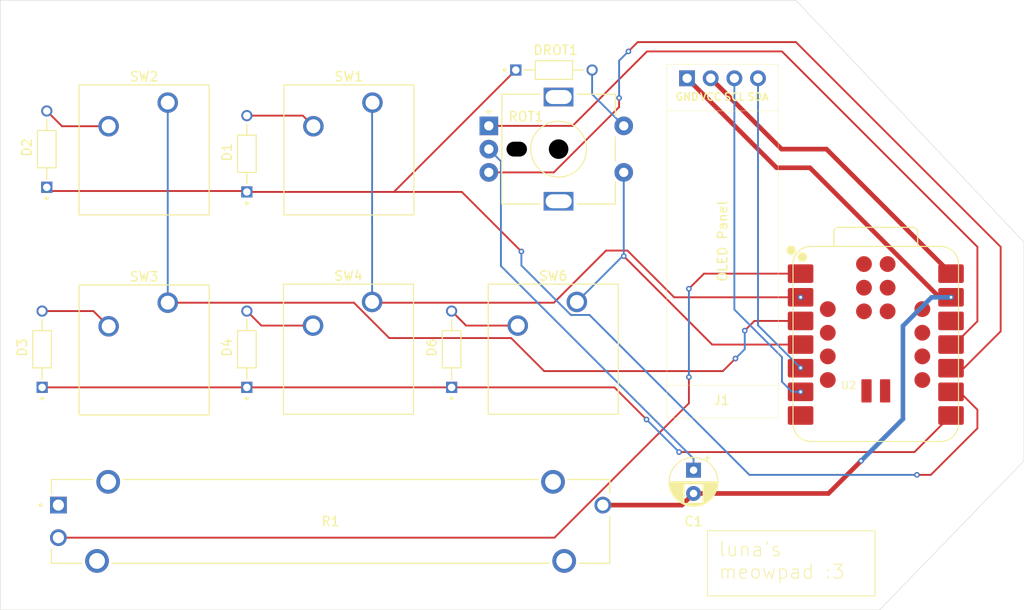
<source format=kicad_pcb>
(kicad_pcb (version 20240108) (generator "pcbnew") (generator_version "8.0")
  (layers (0 "F.Cu" signal) (31 "B.Cu" signal) (34 "B.Paste" user) (35 "F.Paste" user) (36 "B.SilkS" user "B.Silkscreen") (37 "F.SilkS" user "F.Silkscreen") (38 "B.Mask" user) (39 "F.Mask" user) (44 "Edge.Cuts" user))
  (net 0 "")
  (net 1 "GND")
  (net 2 "Net-(C1-Pad1)")
  (net 3 "ROW1")
  (net 4 "Net-(D1-PadA)")
  (net 5 "ROTARYS2")
  (net 6 "ROW2")
  (net 7 "Net-(D3-PadA)")
  (net 8 "Net-(D4-PadA)")
  (net 9 "Net-(D6-PadA)")
  (net 10 "SCL")
  (net 11 "SDA")
  (net 12 "VCC")
  (net 13 "Net-(D2-PadA)")
  (net 14 "COL1")
  (net 15 "COL2")
  (net 16 "ROTARYA")
  (net 17 "COL3")
  (net 18 "ROTARYB")
  (net 19 "SLIDER")
  (net 21 "+3.3V")
  (footprint "1N4148-T:DIOAD820W60L400D200" (layer "F.Cu") (at 162 71)
    (property "Reference" "DROT1" (at 0.175 -2.135 0) (layer "F.SilkS"))
    (property "Value" "1N4148-T")
    (fp_line (start -2 -1) (end 2 -1) (stroke (width 0.127)) (layer "F.SilkS"))
    (fp_line (start -2 0) (end -3.18 0) (stroke (width 0.127)) (layer "F.SilkS"))
    (fp_line (start -2 0) (end -2 -1) (stroke (width 0.127)) (layer "F.SilkS"))
    (fp_line (start -2 1) (end -2 0) (stroke (width 0.127)) (layer "F.SilkS"))
    (fp_line (start 2 -1) (end 2 0) (stroke (width 0.127)) (layer "F.SilkS"))
    (fp_line (start 2 0) (end 2 1) (stroke (width 0.127)) (layer "F.SilkS"))
    (fp_line (start 2 0) (end 3.18 0) (stroke (width 0.127)) (layer "F.SilkS"))
    (fp_line (start 2 1) (end -2 1) (stroke (width 0.127)) (layer "F.SilkS"))
    (fp_circle (center -5.3 0) (end -5.2 0) (stroke (width 0.2)) (fill none) (layer "F.SilkS"))
    (pad "A" thru_hole circle (at 4.1 0) (size 1.2 1.2) (drill 0.8) (layers "*.Cu" "*.Mask") (net 5 "ROTARYS2"))
    (pad "C" thru_hole rect (at -4.1 0) (size 1.2 1.2) (drill 0.8) (layers "*.Cu" "*.Mask") (net 3 "ROW1"))
  )
  (footprint "Button_Switch_Keyboard:SW_Cherry_MX_1.00u_PCB" (layer "F.Cu") (at 142.46 95.92)
    (property "Reference" "SW4" (at -2.54 -2.794 0) (layer "F.SilkS"))
    (property "Value" "SW_Push_45deg")
    (fp_line (start -9.525 -1.905) (end 4.445 -1.905) (stroke (width 0.12)) (layer "F.SilkS"))
    (fp_line (start -9.525 12.065) (end -9.525 -1.905) (stroke (width 0.12)) (layer "F.SilkS"))
    (fp_line (start 4.445 -1.905) (end 4.445 12.065) (stroke (width 0.12)) (layer "F.SilkS"))
    (fp_line (start 4.445 12.065) (end -9.525 12.065) (stroke (width 0.12)) (layer "F.SilkS"))
    (pad "" np_thru_hole circle (at -7.62 5.08) (size 1.7 1.7) (drill 1.7) (layers "*.Cu" "*.Mask"))
    (pad "" np_thru_hole circle (at -2.54 5.08) (size 4 4) (drill 4) (layers "*.Cu" "*.Mask"))
    (pad "" np_thru_hole circle (at 2.54 5.08) (size 1.7 1.7) (drill 1.7) (layers "*.Cu" "*.Mask"))
    (pad "1" thru_hole circle (at 0 0) (size 2.2 2.2) (drill 1.5) (layers "*.Cu" "*.Mask") (net 14 "COL1"))
    (pad "2" thru_hole circle (at -6.35 2.54) (size 2.2 2.2) (drill 1.5) (layers "*.Cu" "*.Mask") (net 8 "Net-(D4-PadA)"))
  )
  (footprint "Capacitor_THT:CP_Radial_D5.0mm_P2.50mm" (layer "F.Cu") (at 177 114 -90)
    (property "Reference" "C1" (at 5.5 0 180) (layer "F.SilkS"))
    (property "Value" "C_Small")
    (fp_line (start 1.49 1.04) (end 1.49 2.569) (stroke (width 0.12)) (layer "F.SilkS"))
    (fp_line (start 1.53 1.04) (end 1.53 2.565) (stroke (width 0.12)) (layer "F.SilkS"))
    (fp_line (start 1.57 1.04) (end 1.57 2.561) (stroke (width 0.12)) (layer "F.SilkS"))
    (fp_line (start 1.61 1.04) (end 1.61 2.556) (stroke (width 0.12)) (layer "F.SilkS"))
    (fp_line (start 1.65 1.04) (end 1.65 2.55) (stroke (width 0.12)) (layer "F.SilkS"))
    (fp_line (start 1.69 1.04) (end 1.69 2.543) (stroke (width 0.12)) (layer "F.SilkS"))
    (fp_line (start 1.73 1.04) (end 1.73 2.536) (stroke (width 0.12)) (layer "F.SilkS"))
    (fp_line (start 1.77 1.04) (end 1.77 2.528) (stroke (width 0.12)) (layer "F.SilkS"))
    (fp_line (start 1.81 1.04) (end 1.81 2.52) (stroke (width 0.12)) (layer "F.SilkS"))
    (fp_line (start 1.85 1.04) (end 1.85 2.511) (stroke (width 0.12)) (layer "F.SilkS"))
    (fp_line (start 1.89 1.04) (end 1.89 2.501) (stroke (width 0.12)) (layer "F.SilkS"))
    (fp_line (start 1.93 1.04) (end 1.93 2.491) (stroke (width 0.12)) (layer "F.SilkS"))
    (fp_line (start 1.971 1.04) (end 1.971 2.48) (stroke (width 0.12)) (layer "F.SilkS"))
    (fp_line (start 2.011 1.04) (end 2.011 2.468) (stroke (width 0.12)) (layer "F.SilkS"))
    (fp_line (start 2.051 1.04) (end 2.051 2.455) (stroke (width 0.12)) (layer "F.SilkS"))
    (fp_line (start 2.091 1.04) (end 2.091 2.442) (stroke (width 0.12)) (layer "F.SilkS"))
    (fp_line (start 2.131 1.04) (end 2.131 2.428) (stroke (width 0.12)) (layer "F.SilkS"))
    (fp_line (start 2.171 1.04) (end 2.171 2.414) (stroke (width 0.12)) (layer "F.SilkS"))
    (fp_line (start 2.211 1.04) (end 2.211 2.398) (stroke (width 0.12)) (layer "F.SilkS"))
    (fp_line (start 2.251 1.04) (end 2.251 2.382) (stroke (width 0.12)) (layer "F.SilkS"))
    (fp_line (start 2.291 1.04) (end 2.291 2.365) (stroke (width 0.12)) (layer "F.SilkS"))
    (fp_line (start 2.331 1.04) (end 2.331 2.348) (stroke (width 0.12)) (layer "F.SilkS"))
    (fp_line (start 2.371 1.04) (end 2.371 2.329) (stroke (width 0.12)) (layer "F.SilkS"))
    (fp_line (start 2.411 1.04) (end 2.411 2.31) (stroke (width 0.12)) (layer "F.SilkS"))
    (fp_line (start 2.451 1.04) (end 2.451 2.29) (stroke (width 0.12)) (layer "F.SilkS"))
    (fp_line (start 2.491 1.04) (end 2.491 2.268) (stroke (width 0.12)) (layer "F.SilkS"))
    (fp_line (start 2.531 1.04) (end 2.531 2.247) (stroke (width 0.12)) (layer "F.SilkS"))
    (fp_line (start 2.571 1.04) (end 2.571 2.224) (stroke (width 0.12)) (layer "F.SilkS"))
    (fp_line (start 2.611 1.04) (end 2.611 2.2) (stroke (width 0.12)) (layer "F.SilkS"))
    (fp_line (start 2.651 1.04) (end 2.651 2.175) (stroke (width 0.12)) (layer "F.SilkS"))
    (fp_line (start 2.691 1.04) (end 2.691 2.149) (stroke (width 0.12)) (layer "F.SilkS"))
    (fp_line (start 2.731 1.04) (end 2.731 2.122) (stroke (width 0.12)) (layer "F.SilkS"))
    (fp_line (start 2.771 1.04) (end 2.771 2.095) (stroke (width 0.12)) (layer "F.SilkS"))
    (fp_line (start 2.811 1.04) (end 2.811 2.065) (stroke (width 0.12)) (layer "F.SilkS"))
    (fp_line (start 2.851 1.04) (end 2.851 2.035) (stroke (width 0.12)) (layer "F.SilkS"))
    (fp_line (start 2.891 1.04) (end 2.891 2.004) (stroke (width 0.12)) (layer "F.SilkS"))
    (fp_line (start 2.931 1.04) (end 2.931 1.971) (stroke (width 0.12)) (layer "F.SilkS"))
    (fp_line (start 2.971 1.04) (end 2.971 1.937) (stroke (width 0.12)) (layer "F.SilkS"))
    (fp_line (start 3.011 1.04) (end 3.011 1.901) (stroke (width 0.12)) (layer "F.SilkS"))
    (fp_line (start 3.051 1.04) (end 3.051 1.864) (stroke (width 0.12)) (layer "F.SilkS"))
    (fp_line (start 3.091 1.04) (end 3.091 1.826) (stroke (width 0.12)) (layer "F.SilkS"))
    (fp_line (start 3.131 1.04) (end 3.131 1.785) (stroke (width 0.12)) (layer "F.SilkS"))
    (fp_line (start 3.171 1.04) (end 3.171 1.743) (stroke (width 0.12)) (layer "F.SilkS"))
    (fp_line (start 3.211 1.04) (end 3.211 1.699) (stroke (width 0.12)) (layer "F.SilkS"))
    (fp_line (start 3.251 1.04) (end 3.251 1.653) (stroke (width 0.12)) (layer "F.SilkS"))
    (fp_line (start 3.291 1.04) (end 3.291 1.605) (stroke (width 0.12)) (layer "F.SilkS"))
    (fp_line (start 3.331 1.04) (end 3.331 1.554) (stroke (width 0.12)) (layer "F.SilkS"))
    (fp_line (start 3.371 1.04) (end 3.371 1.5) (stroke (width 0.12)) (layer "F.SilkS"))
    (fp_line (start 3.411 1.04) (end 3.411 1.443) (stroke (width 0.12)) (layer "F.SilkS"))
    (fp_line (start 3.451 1.04) (end 3.451 1.383) (stroke (width 0.12)) (layer "F.SilkS"))
    (fp_line (start 3.491 1.04) (end 3.491 1.319) (stroke (width 0.12)) (layer "F.SilkS"))
    (fp_line (start 3.531 1.04) (end 3.531 1.251) (stroke (width 0.12)) (layer "F.SilkS"))
    (fp_line (start 3.851 -0.284) (end 3.851 0.284) (stroke (width 0.12)) (layer "F.SilkS"))
    (fp_line (start 3.811 -0.518) (end 3.811 0.518) (stroke (width 0.12)) (layer "F.SilkS"))
    (fp_line (start 3.771 -0.677) (end 3.771 0.677) (stroke (width 0.12)) (layer "F.SilkS"))
    (fp_line (start 3.731 -0.805) (end 3.731 0.805) (stroke (width 0.12)) (layer "F.SilkS"))
    (fp_line (start 3.691 -0.915) (end 3.691 0.915) (stroke (width 0.12)) (layer "F.SilkS"))
    (fp_line (start 3.651 -1.011) (end 3.651 1.011) (stroke (width 0.12)) (layer "F.SilkS"))
    (fp_line (start 3.611 -1.098) (end 3.611 1.098) (stroke (width 0.12)) (layer "F.SilkS"))
    (fp_line (start 3.571 -1.178) (end 3.571 1.178) (stroke (width 0.12)) (layer "F.SilkS"))
    (fp_line (start 3.531 -1.251) (end 3.531 -1.04) (stroke (width 0.12)) (layer "F.SilkS"))
    (fp_line (start 3.491 -1.319) (end 3.491 -1.04) (stroke (width 0.12)) (layer "F.SilkS"))
    (fp_line (start 3.451 -1.383) (end 3.451 -1.04) (stroke (width 0.12)) (layer "F.SilkS"))
    (fp_line (start 3.411 -1.443) (end 3.411 -1.04) (stroke (width 0.12)) (layer "F.SilkS"))
    (fp_line (start -1.554775 -1.475) (end -1.054775 -1.475) (stroke (width 0.12)) (layer "F.SilkS"))
    (fp_line (start 3.371 -1.5) (end 3.371 -1.04) (stroke (width 0.12)) (layer "F.SilkS"))
    (fp_line (start 3.331 -1.554) (end 3.331 -1.04) (stroke (width 0.12)) (layer "F.SilkS"))
    (fp_line (start 3.291 -1.605) (end 3.291 -1.04) (stroke (width 0.12)) (layer "F.SilkS"))
    (fp_line (start 3.251 -1.653) (end 3.251 -1.04) (stroke (width 0.12)) (layer "F.SilkS"))
    (fp_line (start 3.211 -1.699) (end 3.211 -1.04) (stroke (width 0.12)) (layer "F.SilkS"))
    (fp_line (start -1.304775 -1.725) (end -1.304775 -1.225) (stroke (width 0.12)) (layer "F.SilkS"))
    (fp_line (start 3.171 -1.743) (end 3.171 -1.04) (stroke (width 0.12)) (layer "F.SilkS"))
    (fp_line (start 3.131 -1.785) (end 3.131 -1.04) (stroke (width 0.12)) (layer "F.SilkS"))
    (fp_line (start 3.091 -1.826) (end 3.091 -1.04) (stroke (width 0.12)) (layer "F.SilkS"))
    (fp_line (start 3.051 -1.864) (end 3.051 -1.04) (stroke (width 0.12)) (layer "F.SilkS"))
    (fp_line (start 3.011 -1.901) (end 3.011 -1.04) (stroke (width 0.12)) (layer "F.SilkS"))
    (fp_line (start 2.971 -1.937) (end 2.971 -1.04) (stroke (width 0.12)) (layer "F.SilkS"))
    (fp_line (start 2.931 -1.971) (end 2.931 -1.04) (stroke (width 0.12)) (layer "F.SilkS"))
    (fp_line (start 2.891 -2.004) (end 2.891 -1.04) (stroke (width 0.12)) (layer "F.SilkS"))
    (fp_line (start 2.851 -2.035) (end 2.851 -1.04) (stroke (width 0.12)) (layer "F.SilkS"))
    (fp_line (start 2.811 -2.065) (end 2.811 -1.04) (stroke (width 0.12)) (layer "F.SilkS"))
    (fp_line (start 2.771 -2.095) (end 2.771 -1.04) (stroke (width 0.12)) (layer "F.SilkS"))
    (fp_line (start 2.731 -2.122) (end 2.731 -1.04) (stroke (width 0.12)) (layer "F.SilkS"))
    (fp_line (start 2.691 -2.149) (end 2.691 -1.04) (stroke (width 0.12)) (layer "F.SilkS"))
    (fp_line (start 2.651 -2.175) (end 2.651 -1.04) (stroke (width 0.12)) (layer "F.SilkS"))
    (fp_line (start 2.611 -2.2) (end 2.611 -1.04) (stroke (width 0.12)) (layer "F.SilkS"))
    (fp_line (start 2.571 -2.224) (end 2.571 -1.04) (stroke (width 0.12)) (layer "F.SilkS"))
    (fp_line (start 2.531 -2.247) (end 2.531 -1.04) (stroke (width 0.12)) (layer "F.SilkS"))
    (fp_line (start 2.491 -2.268) (end 2.491 -1.04) (stroke (width 0.12)) (layer "F.SilkS"))
    (fp_line (start 2.451 -2.29) (end 2.451 -1.04) (stroke (width 0.12)) (layer "F.SilkS"))
    (fp_line (start 2.411 -2.31) (end 2.411 -1.04) (stroke (width 0.12)) (layer "F.SilkS"))
    (fp_line (start 2.371 -2.329) (end 2.371 -1.04) (stroke (width 0.12)) (layer "F.SilkS"))
    (fp_line (start 2.331 -2.348) (end 2.331 -1.04) (stroke (width 0.12)) (layer "F.SilkS"))
    (fp_line (start 2.291 -2.365) (end 2.291 -1.04) (stroke (width 0.12)) (layer "F.SilkS"))
    (fp_line (start 2.251 -2.382) (end 2.251 -1.04) (stroke (width 0.12)) (layer "F.SilkS"))
    (fp_line (start 2.211 -2.398) (end 2.211 -1.04) (stroke (width 0.12)) (layer "F.SilkS"))
    (fp_line (start 2.171 -2.414) (end 2.171 -1.04) (stroke (width 0.12)) (layer "F.SilkS"))
    (fp_line (start 2.131 -2.428) (end 2.131 -1.04) (stroke (width 0.12)) (layer "F.SilkS"))
    (fp_line (start 2.091 -2.442) (end 2.091 -1.04) (stroke (width 0.12)) (layer "F.SilkS"))
    (fp_line (start 2.051 -2.455) (end 2.051 -1.04) (stroke (width 0.12)) (layer "F.SilkS"))
    (fp_line (start 2.011 -2.468) (end 2.011 -1.04) (stroke (width 0.12)) (layer "F.SilkS"))
    (fp_line (start 1.971 -2.48) (end 1.971 -1.04) (stroke (width 0.12)) (layer "F.SilkS"))
    (fp_line (start 1.93 -2.491) (end 1.93 -1.04) (stroke (width 0.12)) (layer "F.SilkS"))
    (fp_line (start 1.89 -2.501) (end 1.89 -1.04) (stroke (width 0.12)) (layer "F.SilkS"))
    (fp_line (start 1.85 -2.511) (end 1.85 -1.04) (stroke (width 0.12)) (layer "F.SilkS"))
    (fp_line (start 1.81 -2.52) (end 1.81 -1.04) (stroke (width 0.12)) (layer "F.SilkS"))
    (fp_line (start 1.77 -2.528) (end 1.77 -1.04) (stroke (width 0.12)) (layer "F.SilkS"))
    (fp_line (start 1.73 -2.536) (end 1.73 -1.04) (stroke (width 0.12)) (layer "F.SilkS"))
    (fp_line (start 1.69 -2.543) (end 1.69 -1.04) (stroke (width 0.12)) (layer "F.SilkS"))
    (fp_line (start 1.65 -2.55) (end 1.65 -1.04) (stroke (width 0.12)) (layer "F.SilkS"))
    (fp_line (start 1.61 -2.556) (end 1.61 -1.04) (stroke (width 0.12)) (layer "F.SilkS"))
    (fp_line (start 1.57 -2.561) (end 1.57 -1.04) (stroke (width 0.12)) (layer "F.SilkS"))
    (fp_line (start 1.53 -2.565) (end 1.53 -1.04) (stroke (width 0.12)) (layer "F.SilkS"))
    (fp_line (start 1.49 -2.569) (end 1.49 -1.04) (stroke (width 0.12)) (layer "F.SilkS"))
    (fp_line (start 1.45 -2.573) (end 1.45 2.573) (stroke (width 0.12)) (layer "F.SilkS"))
    (fp_line (start 1.41 -2.576) (end 1.41 2.576) (stroke (width 0.12)) (layer "F.SilkS"))
    (fp_line (start 1.37 -2.578) (end 1.37 2.578) (stroke (width 0.12)) (layer "F.SilkS"))
    (fp_line (start 1.33 -2.579) (end 1.33 2.579) (stroke (width 0.12)) (layer "F.SilkS"))
    (fp_line (start 1.25 -2.58) (end 1.25 2.58) (stroke (width 0.12)) (layer "F.SilkS"))
    (fp_line (start 1.29 -2.58) (end 1.29 2.58) (stroke (width 0.12)) (layer "F.SilkS"))
    (fp_circle (center 1.25 0) (end 3.87 0) (stroke (width 0.12)) (fill none) (layer "F.SilkS"))
    (pad "1" thru_hole rect (at 0 0 270) (size 1.6 1.6) (drill 0.8) (layers "*.Cu" "*.Mask") (net 2 "Net-(C1-Pad1)"))
    (pad "2" thru_hole circle (at 2.5 0 270) (size 1.6 1.6) (drill 0.8) (layers "*.Cu" "*.Mask") (net 1 "GND"))
  )
  (footprint "Button_Switch_Keyboard:SW_Cherry_MX_1.00u_PCB" (layer "F.Cu") (at 120.5 74.5)
    (property "Reference" "SW2" (at -2.54 -2.794 0) (layer "F.SilkS"))
    (property "Value" "SW_Push_45deg")
    (fp_line (start -9.525 -1.905) (end 4.445 -1.905) (stroke (width 0.12)) (layer "F.SilkS"))
    (fp_line (start -9.525 12.065) (end -9.525 -1.905) (stroke (width 0.12)) (layer "F.SilkS"))
    (fp_line (start 4.445 -1.905) (end 4.445 12.065) (stroke (width 0.12)) (layer "F.SilkS"))
    (fp_line (start 4.445 12.065) (end -9.525 12.065) (stroke (width 0.12)) (layer "F.SilkS"))
    (pad "" np_thru_hole circle (at -7.62 5.08) (size 1.7 1.7) (drill 1.7) (layers "*.Cu" "*.Mask"))
    (pad "" np_thru_hole circle (at -2.54 5.08) (size 4 4) (drill 4) (layers "*.Cu" "*.Mask"))
    (pad "" np_thru_hole circle (at 2.54 5.08) (size 1.7 1.7) (drill 1.7) (layers "*.Cu" "*.Mask"))
    (pad "1" thru_hole circle (at 0 0) (size 2.2 2.2) (drill 1.5) (layers "*.Cu" "*.Mask") (net 15 "COL2"))
    (pad "2" thru_hole circle (at -6.35 2.54) (size 2.2 2.2) (drill 1.5) (layers "*.Cu" "*.Mask") (net 13 "Net-(D2-PadA)"))
  )
  (footprint "oled:SSD1306-0.91-OLED-4pin-128x32" (layer "F.Cu") (at 174.115 108.385 90)
    (property "Reference" "J1" (at 1.9 5.91 0) (layer "F.SilkS"))
    (property "Value" "OLED_DISPLAY")
    (fp_line (start 38 0) (end 0 0) (stroke (width 0.04)) (layer "F.SilkS"))
    (fp_line (start 33 0) (end 33 12) (stroke (width 0.04)) (layer "F.SilkS"))
    (fp_line (start 3.5 0) (end 3.5 12) (stroke (width 0.04)) (layer "F.SilkS"))
    (fp_line (start 0 0) (end 0 12) (stroke (width 0.04)) (layer "F.SilkS"))
    (fp_line (start 38 12) (end 38 0) (stroke (width 0.04)) (layer "F.SilkS"))
    (fp_line (start 0 12) (end 38 12) (stroke (width 0.04)) (layer "F.SilkS"))
    (fp_text user "VCC" (at 34.5 4.73 0) (layer "F.SilkS") (effects (font (size 0.8 0.8))))
    (fp_text user "OLED Panel" (at 19 6 90) (layer "F.SilkS"))
    (fp_text user "GND" (at 34.5 2.19 0) (layer "F.SilkS") (effects (font (size 0.8 0.8))))
    (fp_text user "SDA" (at 34.5 9.81 0) (layer "F.SilkS") (effects (font (size 0.8 0.8))))
    (fp_text user "SCL" (at 34.5 7.27 0) (layer "F.SilkS") (effects (font (size 0.8 0.8))))
    (pad "1" thru_hole rect (at 36.5 2.19 90) (size 1.7 1.7) (drill 1) (layers "*.Cu" "*.Mask") (net 1 "GND"))
    (pad "2" thru_hole oval (at 36.5 4.73 90) (size 1.7 1.7) (drill 1) (layers "*.Cu" "*.Mask") (net 12 "VCC"))
    (pad "3" thru_hole oval (at 36.5 7.27 90) (size 1.7 1.7) (drill 1) (layers "*.Cu" "*.Mask") (net 10 "SCL"))
    (pad "4" thru_hole oval (at 36.5 9.81 90) (size 1.7 1.7) (drill 1) (layers "*.Cu" "*.Mask") (net 11 "SDA"))
  )
  (footprint "1N4148-T:DIOAD820W60L400D200" (layer "F.Cu") (at 129 80 90)
    (property "Reference" "D1" (at 0.175 -2.135 90) (layer "F.SilkS"))
    (property "Value" "1N4148-T")
    (fp_line (start 2 -1) (end 2 0) (stroke (width 0.127)) (layer "F.SilkS"))
    (fp_line (start -2 -1) (end 2 -1) (stroke (width 0.127)) (layer "F.SilkS"))
    (fp_line (start 2 0) (end 3.18 0) (stroke (width 0.127)) (layer "F.SilkS"))
    (fp_line (start 2 0) (end 2 1) (stroke (width 0.127)) (layer "F.SilkS"))
    (fp_line (start -2 0) (end -2 -1) (stroke (width 0.127)) (layer "F.SilkS"))
    (fp_line (start -2 0) (end -3.18 0) (stroke (width 0.127)) (layer "F.SilkS"))
    (fp_line (start 2 1) (end -2 1) (stroke (width 0.127)) (layer "F.SilkS"))
    (fp_line (start -2 1) (end -2 0) (stroke (width 0.127)) (layer "F.SilkS"))
    (fp_circle (center -5.3 0) (end -5.2 0) (stroke (width 0.2)) (fill none) (layer "F.SilkS"))
    (pad "A" thru_hole circle (at 4.1 0 90) (size 1.2 1.2) (drill 0.8) (layers "*.Cu" "*.Mask") (net 4 "Net-(D1-PadA)"))
    (pad "C" thru_hole rect (at -4.1 0 90) (size 1.2 1.2) (drill 0.8) (layers "*.Cu" "*.Mask") (net 3 "ROW1"))
  )
  (footprint "PTA4543-2015DPB103:TRIM_PTA4543-2015DPB103" (layer "F.Cu") (at 138 119.5)
    (property "Reference" "R1" (at 0 0 0) (layer "F.SilkS"))
    (property "Value" "PTA4543-2015DPB103")
    (fp_line (start -30 -4.5) (end -30 -2.97) (stroke (width 0.127)) (layer "F.SilkS"))
    (fp_line (start -30 -4.5) (end -25.495 -4.5) (stroke (width 0.127)) (layer "F.SilkS"))
    (fp_line (start -30 4.5) (end -30 2.97) (stroke (width 0.127)) (layer "F.SilkS"))
    (fp_line (start -30 4.5) (end -26.695 4.5) (stroke (width 0.127)) (layer "F.SilkS"))
    (fp_line (start -23.505 4.5) (end 23.505 4.5) (stroke (width 0.127)) (layer "F.SilkS"))
    (fp_line (start -22.305 -4.5) (end 22.305 -4.5) (stroke (width 0.127)) (layer "F.SilkS"))
    (fp_line (start 25.495 -4.5) (end 30 -4.5) (stroke (width 0.127)) (layer "F.SilkS"))
    (fp_line (start 26.695 4.5) (end 30 4.5) (stroke (width 0.127)) (layer "F.SilkS"))
    (fp_line (start 30 -4.5) (end 30 -2.97) (stroke (width 0.127)) (layer "F.SilkS"))
    (fp_line (start 30 4.5) (end 30 -0.53) (stroke (width 0.127)) (layer "F.SilkS"))
    (fp_circle (center -31.15 -1.75) (end -31.05 -1.75) (stroke (width 0.2)) (fill none) (layer "F.SilkS"))
    (pad "1" thru_hole rect (at -29.25 -1.75) (size 1.8 1.8) (drill 1.2) (layers "*.Cu" "*.Mask") (net 21 "+3.3V"))
    (pad "2" thru_hole circle (at -29.25 1.75) (size 1.8 1.8) (drill 1.2) (layers "*.Cu" "*.Mask") (net 19 "SLIDER"))
    (pad "3" thru_hole circle (at 29.25 -1.75) (size 1.8 1.8) (drill 1.2) (layers "*.Cu" "*.Mask") (net 1 "GND"))
    (pad "S1" thru_hole circle (at -23.9 -4.25) (size 2.55 2.55) (drill 1.7) (layers "*.Cu" "*.Mask"))
    (pad "S2" thru_hole circle (at -25.1 4.25) (size 2.55 2.55) (drill 1.7) (layers "*.Cu" "*.Mask"))
    (pad "S3" thru_hole circle (at 23.9 -4.25) (size 2.55 2.55) (drill 1.7) (layers "*.Cu" "*.Mask"))
    (pad "S4" thru_hole circle (at 25.1 4.25) (size 2.55 2.55) (drill 1.7) (layers "*.Cu" "*.Mask"))
  )
  (footprint "Button_Switch_Keyboard:SW_Cherry_MX_1.00u_PCB" (layer "F.Cu") (at 164.46 95.92)
    (property "Reference" "SW6" (at -2.54 -2.794 0) (layer "F.SilkS"))
    (property "Value" "SW_Push_45deg")
    (fp_line (start -9.525 -1.905) (end 4.445 -1.905) (stroke (width 0.12)) (layer "F.SilkS"))
    (fp_line (start -9.525 12.065) (end -9.525 -1.905) (stroke (width 0.12)) (layer "F.SilkS"))
    (fp_line (start 4.445 -1.905) (end 4.445 12.065) (stroke (width 0.12)) (layer "F.SilkS"))
    (fp_line (start 4.445 12.065) (end -9.525 12.065) (stroke (width 0.12)) (layer "F.SilkS"))
    (pad "" np_thru_hole circle (at -7.62 5.08) (size 1.7 1.7) (drill 1.7) (layers "*.Cu" "*.Mask"))
    (pad "" np_thru_hole circle (at -2.54 5.08) (size 4 4) (drill 4) (layers "*.Cu" "*.Mask"))
    (pad "" np_thru_hole circle (at 2.54 5.08) (size 1.7 1.7) (drill 1.7) (layers "*.Cu" "*.Mask"))
    (pad "1" thru_hole circle (at 0 0) (size 2.2 2.2) (drill 1.5) (layers "*.Cu" "*.Mask") (net 17 "COL3"))
    (pad "2" thru_hole circle (at -6.35 2.54) (size 2.2 2.2) (drill 1.5) (layers "*.Cu" "*.Mask") (net 9 "Net-(D6-PadA)"))
  )
  (footprint "1N4148-T:DIOAD820W60L400D200" (layer "F.Cu") (at 151 101 90)
    (property "Reference" "D6" (at 0.175 -2.135 90) (layer "F.SilkS"))
    (property "Value" "1N4148-T")
    (fp_line (start 2 -1) (end 2 0) (stroke (width 0.127)) (layer "F.SilkS"))
    (fp_line (start -2 -1) (end 2 -1) (stroke (width 0.127)) (layer "F.SilkS"))
    (fp_line (start 2 0) (end 3.18 0) (stroke (width 0.127)) (layer "F.SilkS"))
    (fp_line (start 2 0) (end 2 1) (stroke (width 0.127)) (layer "F.SilkS"))
    (fp_line (start -2 0) (end -2 -1) (stroke (width 0.127)) (layer "F.SilkS"))
    (fp_line (start -2 0) (end -3.18 0) (stroke (width 0.127)) (layer "F.SilkS"))
    (fp_line (start 2 1) (end -2 1) (stroke (width 0.127)) (layer "F.SilkS"))
    (fp_line (start -2 1) (end -2 0) (stroke (width 0.127)) (layer "F.SilkS"))
    (fp_circle (center -5.3 0) (end -5.2 0) (stroke (width 0.2)) (fill none) (layer "F.SilkS"))
    (pad "A" thru_hole circle (at 4.1 0 90) (size 1.2 1.2) (drill 0.8) (layers "*.Cu" "*.Mask") (net 9 "Net-(D6-PadA)"))
    (pad "C" thru_hole rect (at -4.1 0 90) (size 1.2 1.2) (drill 0.8) (layers "*.Cu" "*.Mask") (net 6 "ROW2"))
  )
  (footprint "Rotary_Encoder:RotaryEncoder_Alps_EC11E-Switch_Vertical_H20mm_MountingHoles" (layer "F.Cu") (at 155 77)
    (property "Reference" "ROT1" (at 4 -1 180) (layer "F.SilkS"))
    (property "Value" "RotaryEncoder_Switch")
    (fp_line (start -0.3 -1.6) (end 0.3 -1.6) (stroke (width 0.12)) (layer "F.SilkS"))
    (fp_line (start 0 -1.3) (end -0.3 -1.6) (stroke (width 0.12)) (layer "F.SilkS"))
    (fp_line (start 0.3 -1.6) (end 0 -1.3) (stroke (width 0.12)) (layer "F.SilkS"))
    (fp_line (start 1.4 -3.4) (end 1.4 8.4) (stroke (width 0.12)) (layer "F.SilkS"))
    (fp_line (start 5.5 -3.4) (end 1.4 -3.4) (stroke (width 0.12)) (layer "F.SilkS"))
    (fp_line (start 5.5 8.4) (end 1.4 8.4) (stroke (width 0.12)) (layer "F.SilkS"))
    (fp_line (start 9.5 -3.4) (end 13.6 -3.4) (stroke (width 0.12)) (layer "F.SilkS"))
    (fp_line (start 13.6 -3.4) (end 13.6 -1) (stroke (width 0.12)) (layer "F.SilkS"))
    (fp_line (start 13.6 1.2) (end 13.6 3.8) (stroke (width 0.12)) (layer "F.SilkS"))
    (fp_line (start 13.6 6) (end 13.6 8.4) (stroke (width 0.12)) (layer "F.SilkS"))
    (fp_line (start 13.6 8.4) (end 9.5 8.4) (stroke (width 0.12)) (layer "F.SilkS"))
    (fp_circle (center 7.5 2.5) (end 10.5 2.5) (stroke (width 0.12)) (fill none) (layer "F.SilkS"))
    (pad "" np_thru_hole oval (at 3 2.5) (size 2.2 1.6) (drill oval 2.2 1.6) (layers "*.Mask"))
    (pad "" np_thru_hole circle (at 7.5 2.5) (size 2.1 2.1) (drill 2.1) (layers "*.Mask"))
    (pad "A" thru_hole rect (at 0 0) (size 2 2) (drill 1) (layers "*.Cu" "*.Mask") (net 16 "ROTARYA"))
    (pad "B" thru_hole circle (at 0 5) (size 2 2) (drill 1) (layers "*.Cu" "*.Mask") (net 18 "ROTARYB"))
    (pad "C" thru_hole circle (at 0 2.5) (size 2 2) (drill 1) (layers "*.Cu" "*.Mask") (net 2 "Net-(C1-Pad1)"))
    (pad "MP" thru_hole rect (at 7.5 -3.1) (size 3.2 2) (drill oval 2.8 1.5) (layers "*.Cu" "*.Mask"))
    (pad "MP" thru_hole rect (at 7.5 8.1) (size 3.2 2) (drill oval 2.8 1.5) (layers "*.Cu" "*.Mask"))
    (pad "S1" thru_hole circle (at 14.5 5) (size 2 2) (drill 1) (layers "*.Cu" "*.Mask") (net 17 "COL3"))
    (pad "S2" thru_hole circle (at 14.5 0) (size 2 2) (drill 1) (layers "*.Cu" "*.Mask") (net 5 "ROTARYS2"))
  )
  (footprint "1N4148-T:DIOAD820W60L400D200" (layer "F.Cu") (at 107 101 90)
    (property "Reference" "D3" (at 0.175 -2.135 90) (layer "F.SilkS"))
    (property "Value" "1N4148-T")
    (fp_line (start 2 -1) (end 2 0) (stroke (width 0.127)) (layer "F.SilkS"))
    (fp_line (start -2 -1) (end 2 -1) (stroke (width 0.127)) (layer "F.SilkS"))
    (fp_line (start 2 0) (end 3.18 0) (stroke (width 0.127)) (layer "F.SilkS"))
    (fp_line (start 2 0) (end 2 1) (stroke (width 0.127)) (layer "F.SilkS"))
    (fp_line (start -2 0) (end -2 -1) (stroke (width 0.127)) (layer "F.SilkS"))
    (fp_line (start -2 0) (end -3.18 0) (stroke (width 0.127)) (layer "F.SilkS"))
    (fp_line (start 2 1) (end -2 1) (stroke (width 0.127)) (layer "F.SilkS"))
    (fp_line (start -2 1) (end -2 0) (stroke (width 0.127)) (layer "F.SilkS"))
    (fp_circle (center -5.3 0) (end -5.2 0) (stroke (width 0.2)) (fill none) (layer "F.SilkS"))
    (pad "A" thru_hole circle (at 4.1 0 90) (size 1.2 1.2) (drill 0.8) (layers "*.Cu" "*.Mask") (net 7 "Net-(D3-PadA)"))
    (pad "C" thru_hole rect (at -4.1 0 90) (size 1.2 1.2) (drill 0.8) (layers "*.Cu" "*.Mask") (net 6 "ROW2"))
  )
  (footprint "1N4148-T:DIOAD820W60L400D200" (layer "F.Cu") (at 129 101 90)
    (property "Reference" "D4" (at 0.175 -2.135 90) (layer "F.SilkS"))
    (property "Value" "1N4148-T")
    (fp_line (start 2 -1) (end 2 0) (stroke (width 0.127)) (layer "F.SilkS"))
    (fp_line (start -2 -1) (end 2 -1) (stroke (width 0.127)) (layer "F.SilkS"))
    (fp_line (start 2 0) (end 3.18 0) (stroke (width 0.127)) (layer "F.SilkS"))
    (fp_line (start 2 0) (end 2 1) (stroke (width 0.127)) (layer "F.SilkS"))
    (fp_line (start -2 0) (end -2 -1) (stroke (width 0.127)) (layer "F.SilkS"))
    (fp_line (start -2 0) (end -3.18 0) (stroke (width 0.127)) (layer "F.SilkS"))
    (fp_line (start 2 1) (end -2 1) (stroke (width 0.127)) (layer "F.SilkS"))
    (fp_line (start -2 1) (end -2 0) (stroke (width 0.127)) (layer "F.SilkS"))
    (fp_circle (center -5.3 0) (end -5.2 0) (stroke (width 0.2)) (fill none) (layer "F.SilkS"))
    (pad "A" thru_hole circle (at 4.1 0 90) (size 1.2 1.2) (drill 0.8) (layers "*.Cu" "*.Mask") (net 8 "Net-(D4-PadA)"))
    (pad "C" thru_hole rect (at -4.1 0 90) (size 1.2 1.2) (drill 0.8) (layers "*.Cu" "*.Mask") (net 6 "ROW2"))
  )
  (footprint "Button_Switch_Keyboard:SW_Cherry_MX_1.00u_PCB" (layer "F.Cu") (at 142.5 74.5)
    (property "Reference" "SW1" (at -2.54 -2.794 0) (layer "F.SilkS"))
    (property "Value" "SW_Push_45deg")
    (fp_line (start -9.525 -1.905) (end 4.445 -1.905) (stroke (width 0.12)) (layer "F.SilkS"))
    (fp_line (start -9.525 12.065) (end -9.525 -1.905) (stroke (width 0.12)) (layer "F.SilkS"))
    (fp_line (start 4.445 -1.905) (end 4.445 12.065) (stroke (width 0.12)) (layer "F.SilkS"))
    (fp_line (start 4.445 12.065) (end -9.525 12.065) (stroke (width 0.12)) (layer "F.SilkS"))
    (pad "" np_thru_hole circle (at -7.62 5.08) (size 1.7 1.7) (drill 1.7) (layers "*.Cu" "*.Mask"))
    (pad "" np_thru_hole circle (at -2.54 5.08) (size 4 4) (drill 4) (layers "*.Cu" "*.Mask"))
    (pad "" np_thru_hole circle (at 2.54 5.08) (size 1.7 1.7) (drill 1.7) (layers "*.Cu" "*.Mask"))
    (pad "1" thru_hole circle (at 0 0) (size 2.2 2.2) (drill 1.5) (layers "*.Cu" "*.Mask") (net 14 "COL1"))
    (pad "2" thru_hole circle (at -6.35 2.54) (size 2.2 2.2) (drill 1.5) (layers "*.Cu" "*.Mask") (net 4 "Net-(D1-PadA)"))
  )
  (footprint "Button_Switch_Keyboard:SW_Cherry_MX_1.00u_PCB" (layer "F.Cu") (at 120.5 96)
    (property "Reference" "SW3" (at -2.54 -2.794 0) (layer "F.SilkS"))
    (property "Value" "SW_Push_45deg")
    (fp_line (start -9.525 -1.905) (end 4.445 -1.905) (stroke (width 0.12)) (layer "F.SilkS"))
    (fp_line (start -9.525 12.065) (end -9.525 -1.905) (stroke (width 0.12)) (layer "F.SilkS"))
    (fp_line (start 4.445 -1.905) (end 4.445 12.065) (stroke (width 0.12)) (layer "F.SilkS"))
    (fp_line (start 4.445 12.065) (end -9.525 12.065) (stroke (width 0.12)) (layer "F.SilkS"))
    (pad "" np_thru_hole circle (at -7.62 5.08) (size 1.7 1.7) (drill 1.7) (layers "*.Cu" "*.Mask"))
    (pad "" np_thru_hole circle (at -2.54 5.08) (size 4 4) (drill 4) (layers "*.Cu" "*.Mask"))
    (pad "" np_thru_hole circle (at 2.54 5.08) (size 1.7 1.7) (drill 1.7) (layers "*.Cu" "*.Mask"))
    (pad "1" thru_hole circle (at 0 0) (size 2.2 2.2) (drill 1.5) (layers "*.Cu" "*.Mask") (net 15 "COL2"))
    (pad "2" thru_hole circle (at -6.35 2.54) (size 2.2 2.2) (drill 1.5) (layers "*.Cu" "*.Mask") (net 7 "Net-(D3-PadA)"))
  )
  (footprint "1N4148-T:DIOAD820W60L400D200" (layer "F.Cu") (at 107.5 79.5 90)
    (property "Reference" "D2" (at 0.175 -2.135 90) (layer "F.SilkS"))
    (property "Value" "1N4148-T")
    (fp_line (start 2 -1) (end 2 0) (stroke (width 0.127)) (layer "F.SilkS"))
    (fp_line (start -2 -1) (end 2 -1) (stroke (width 0.127)) (layer "F.SilkS"))
    (fp_line (start 2 0) (end 3.18 0) (stroke (width 0.127)) (layer "F.SilkS"))
    (fp_line (start 2 0) (end 2 1) (stroke (width 0.127)) (layer "F.SilkS"))
    (fp_line (start -2 0) (end -2 -1) (stroke (width 0.127)) (layer "F.SilkS"))
    (fp_line (start -2 0) (end -3.18 0) (stroke (width 0.127)) (layer "F.SilkS"))
    (fp_line (start 2 1) (end -2 1) (stroke (width 0.127)) (layer "F.SilkS"))
    (fp_line (start -2 1) (end -2 0) (stroke (width 0.127)) (layer "F.SilkS"))
    (fp_circle (center -5.3 0) (end -5.2 0) (stroke (width 0.2)) (fill none) (layer "F.SilkS"))
    (pad "A" thru_hole circle (at 4.1 0 90) (size 1.2 1.2) (drill 0.8) (layers "*.Cu" "*.Mask") (net 13 "Net-(D2-PadA)"))
    (pad "C" thru_hole rect (at -4.1 0 90) (size 1.2 1.2) (drill 0.8) (layers "*.Cu" "*.Mask") (net 3 "ROW1"))
  )
  (footprint "Seeed Studio XIAO Series Library:XIAO-RA4M1-SMD" (layer "F.Cu") (at 196.5 100.5)
    (property "Reference" "U2" (at -2.835 4.38 0) (layer "F.SilkS") (effects (font (size 0.8 0.8) (thickness 0.1016))))
    (property "Value" "XIAO-RP2040-DIP")
    (fp_line (start -8.812512 8.503988) (end -8.812512 -8.641012) (stroke (width 0.1)) (layer "F.SilkS"))
    (fp_line (start -8.8075 8.509) (end -8.8075 -8.636) (stroke (width 0.1)) (layer "F.SilkS"))
    (fp_line (start -6.907512 10.408988) (end 7.062488 10.408988) (stroke (width 0.1)) (layer "F.SilkS"))
    (fp_line (start -6.9025 10.414) (end 7.0675 10.414) (stroke (width 0.1)) (layer "F.SilkS"))
    (fp_line (start -4.420512 -10.558012) (end -4.419796 -12.099296) (stroke (width 0.127)) (layer "F.SilkS"))
    (fp_line (start -3.919796 -12.599024) (end 4.075476 -12.599024) (stroke (width 0.127)) (layer "F.SilkS"))
    (fp_line (start 4.575476 -12.099024) (end 4.576488 -10.555012) (stroke (width 0.127)) (layer "F.SilkS"))
    (fp_line (start 7.062488 -10.546012) (end -6.907512 -10.546012) (stroke (width 0.1)) (layer "F.SilkS"))
    (fp_line (start 7.062488 -10.546012) (end -6.907512 -10.546012) (stroke (width 0.1)) (layer "F.SilkS"))
    (fp_line (start 7.062488 -10.546012) (end -6.907512 -10.546012) (stroke (width 0.1)) (layer "F.SilkS"))
    (fp_line (start 7.0675 -10.541) (end -6.9025 -10.541) (stroke (width 0.1)) (layer "F.SilkS"))
    (fp_line (start 8.967488 8.503988) (end 8.967488 -8.641012) (stroke (width 0.1)) (layer "F.SilkS"))
    (fp_line (start 8.9725 8.509) (end 8.9725 -8.636) (stroke (width 0.1)) (layer "F.SilkS"))
    (fp_arc (start -8.812512 -8.645012) (mid -8.254547 -9.992047) (end -6.907512 -10.550012) (stroke (width 0.1)) (layer "F.SilkS"))
    (fp_arc (start -8.8075 -8.64) (mid -8.249538 -9.987038) (end -6.9025 -10.545) (stroke (width 0.1)) (layer "F.SilkS"))
    (fp_arc (start -6.907512 10.408988) (mid -8.25455 9.851026) (end -8.812512 8.503988) (stroke (width 0.1)) (layer "F.SilkS"))
    (fp_arc (start -6.9025 10.414) (mid -8.249538 9.856038) (end -8.8075 8.509) (stroke (width 0.1)) (layer "F.SilkS"))
    (fp_arc (start -4.419796 -12.099296) (mid -4.273211 -12.452631) (end -3.919796 -12.599024) (stroke (width 0.127)) (layer "F.SilkS"))
    (fp_arc (start 4.075476 -12.599024) (mid 4.429024 -12.452573) (end 4.575476 -12.099024) (stroke (width 0.127)) (layer "F.SilkS"))
    (fp_arc (start 7.062488 -10.546012) (mid 8.409537 -9.98806) (end 8.967488 -8.641012) (stroke (width 0.1)) (layer "F.SilkS"))
    (fp_arc (start 7.0675 -10.541) (mid 8.414538 -9.983038) (end 8.9725 -8.636) (stroke (width 0.1)) (layer "F.SilkS"))
    (fp_arc (start 8.967488 8.503988) (mid 8.409527 9.851027) (end 7.062488 10.408988) (stroke (width 0.1)) (layer "F.SilkS"))
    (fp_arc (start 8.9725 8.509) (mid 8.414538 9.856038) (end 7.0675 10.414) (stroke (width 0.1)) (layer "F.SilkS"))
    (fp_circle (center -9.022512 -10.130012) (end -9.022512 -10.384012) (stroke (width 0.5)) (fill solid) (layer "F.SilkS"))
    (fp_circle (center -9.0175 -10.125) (end -9.0175 -10.379) (stroke (width 0.5)) (fill solid) (layer "F.SilkS"))
    (fp_circle (center -7.805512 -9.407012) (end -7.805512 -9.661012) (stroke (width 0.5)) (fill solid) (layer "F.SilkS"))
    (pad "1" smd roundrect (at -8 -7.62 180) (size 2.75 2) (layers "F.Cu" "F.Paste" "F.Mask") (roundrect_rratio 0.1) (net 19 "SLIDER"))
    (pad "2" smd roundrect (at -8 -5.08 180) (size 2.75 2) (layers "F.Cu" "F.Paste" "F.Mask") (roundrect_rratio 0.1) (net 14 "COL1"))
    (pad "3" smd roundrect (at -8 -2.54 180) (size 2.75 2) (layers "F.Cu" "F.Paste" "F.Mask") (roundrect_rratio 0.1) (net 15 "COL2"))
    (pad "4" smd roundrect (at -8 0 180) (size 2.75 2) (layers "F.Cu" "F.Paste" "F.Mask") (roundrect_rratio 0.1) (net 17 "COL3"))
    (pad "5" smd roundrect (at -8 2.54 180) (size 2.75 2) (layers "F.Cu" "F.Paste" "F.Mask") (roundrect_rratio 0.1) (net 11 "SDA"))
    (pad "6" smd roundrect (at -8 5.08 180) (size 2.75 2) (layers "F.Cu" "F.Paste" "F.Mask") (roundrect_rratio 0.1) (net 10 "SCL"))
    (pad "7" smd roundrect (at -8 7.62 180) (size 2.75 2) (layers "F.Cu" "F.Paste" "F.Mask") (roundrect_rratio 0.1))
    (pad "8" smd roundrect (at 8.165 7.62) (size 2.75 2) (layers "F.Cu" "F.Paste" "F.Mask") (roundrect_rratio 0.1) (net 6 "ROW2"))
    (pad "9" smd roundrect (at 8.165 5.08) (size 2.75 2) (layers "F.Cu" "F.Paste" "F.Mask") (roundrect_rratio 0.1) (net 3 "ROW1"))
    (pad "10" smd roundrect (at 8.165 2.54) (size 2.75 2) (layers "F.Cu" "F.Paste" "F.Mask") (roundrect_rratio 0.1) (net 18 "ROTARYB"))
    (pad "11" smd roundrect (at 8.165 0) (size 2.75 2) (layers "F.Cu" "F.Paste" "F.Mask") (roundrect_rratio 0.1) (net 16 "ROTARYA"))
    (pad "12" smd roundrect (at 8.165 -2.54) (size 2.75 2) (layers "F.Cu" "F.Paste" "F.Mask") (roundrect_rratio 0.1))
    (pad "13" smd roundrect (at 8.165 -5.08) (size 2.75 2) (layers "F.Cu" "F.Paste" "F.Mask") (roundrect_rratio 0.1) (net 1 "GND"))
    (pad "14" smd roundrect (at 8.165 -7.62) (size 2.75 2) (layers "F.Cu" "F.Paste" "F.Mask") (roundrect_rratio 0.1) (net 12 "VCC"))
    (pad "15" smd circle (at 5.083494 -3.81 180) (size 1.7 1.7) (layers "F.Cu" "F.Paste" "F.Mask"))
    (pad "16" smd circle (at 5.083494 -1.27 180) (size 1.7 1.7) (layers "F.Cu" "F.Paste" "F.Mask"))
    (pad "17" smd circle (at 5.083494 1.27 180) (size 1.7 1.7) (layers "F.Cu" "F.Paste" "F.Mask"))
    (pad "18" smd circle (at 5.083494 3.81 180) (size 1.7 1.7) (layers "F.Cu" "F.Paste" "F.Mask"))
    (pad "19" smd circle (at -5.076506 3.81 180) (size 1.7 1.7) (layers "F.Cu" "F.Paste" "F.Mask"))
    (pad "20" smd circle (at -5.076506 1.27 180) (size 1.7 1.7) (layers "F.Cu" "F.Paste" "F.Mask"))
    (pad "21" smd circle (at -5.076506 -1.27 180) (size 1.7 1.7) (layers "F.Cu" "F.Paste" "F.Mask"))
    (pad "22" smd circle (at -5.076506 -3.81 180) (size 1.7 1.7) (layers "F.Cu" "F.Paste" "F.Mask"))
    (pad "23" smd circle (at -1.1875 -8.65 180) (size 1.7 1.7) (layers "F.Cu" "F.Paste" "F.Mask"))
    (pad "24" smd circle (at -1.1875 -6.11 180) (size 1.7 1.7) (layers "F.Cu" "F.Paste" "F.Mask"))
    (pad "25" smd circle (at -1.1875 -3.57 180) (size 1.7 1.7) (layers "F.Cu" "F.Paste" "F.Mask"))
    (pad "26" smd circle (at 1.3525 -3.57 180) (size 1.7 1.7) (layers "F.Cu" "F.Paste" "F.Mask"))
    (pad "27" smd circle (at 1.3525 -6.11 180) (size 1.7 1.7) (layers "F.Cu" "F.Paste" "F.Mask"))
    (pad "28" smd circle (at 1.3525 -8.65 180) (size 1.7 1.7) (layers "F.Cu" "F.Paste" "F.Mask"))
    (pad "29" smd roundrect (at -0.9175 4.974811 270) (size 2.5 1.1) (layers "F.Cu" "F.Paste" "F.Mask") (roundrect_rratio 0.1))
    (pad "30" smd roundrect (at 1.0825 4.974811 270) (size 2.5 1.1) (layers "F.Cu" "F.Paste" "F.Mask") (roundrect_rratio 0.1))
  )
  (gr_poly (pts (xy 102.5 63.5) (xy 188 63.5) (xy 212.5 89.5) (xy 212.5 113) (xy 197 129) (xy 169.5 129) (xy 102.5 129)) (stroke (width 0.05)) (fill none) (layer "Edge.Cuts"))
  (gr_text_box "luna's meowpad :3" (start 178.5 120.5) (end 196.5 127.5) (layer "F.SilkS") (effects (font (size 1.5 1.5) (thickness 0.1)) (justify left top)) (border yes) (stroke (width 0.1)))
  (segment (start 204.665 95.42) (end 204.665 95.665) (width 0.5) (layer "F.Cu") (net 1))
  (segment (start 191.5 116.5) (end 195 113) (width 0.5) (layer "F.Cu") (net 1))
  (segment (start 204.42 95.42) (end 204.665 95.42) (width 0.5) (layer "F.Cu") (net 1))
  (segment (start 189.5 81.5) (end 203.42 95.42) (width 0.5) (layer "F.Cu") (net 1))
  (segment (start 204.665 95.665) (end 204.42 95.42) (width 0.5) (layer "F.Cu") (net 1))
  (segment (start 185.92 81.5) (end 189.5 81.5) (width 0.5) (layer "F.Cu") (net 1))
  (segment (start 167.25 117.75) (end 175.75 117.75) (width 0.5) (layer "F.Cu") (net 1))
  (segment (start 177 116.5) (end 191.5 116.5) (width 0.5) (layer "F.Cu") (net 1))
  (segment (start 175.75 117.75) (end 177 116.5) (width 0.5) (layer "F.Cu") (net 1))
  (segment (start 203.42 95.42) (end 204.665 95.42) (width 0.2) (layer "F.Cu") (net 1))
  (segment (start 176.305 71.885) (end 185.92 81.5) (width 0.5) (layer "F.Cu") (net 1))
  (via (at 204.665 95.42) (size 0.6) (drill 0.3) (layers "F.Cu" "B.Cu") (net 1))
  (via (at 195 113) (size 0.6) (drill 0.3) (layers "F.Cu" "B.Cu") (net 1))
  (segment (start 199.5 98.5) (end 202.58 95.42) (width 0.5) (layer "B.Cu") (net 1))
  (segment (start 202.58 95.42) (end 204.665 95.42) (width 0.5) (layer "B.Cu") (net 1))
  (segment (start 199.5 108.5) (end 199.5 98.5) (width 0.5) (layer "B.Cu") (net 1))
  (segment (start 195 113) (end 199.5 108.5) (width 0.5) (layer "B.Cu") (net 1))
  (segment (start 176.305 71.885) (end 176.385 71.885) (width 0.2) (layer "B.Cu") (net 1))
  (segment (start 156.3 92.056598) (end 177 112.756598) (width 0.2) (layer "B.Cu") (net 2))
  (segment (start 156.3 80.8) (end 156.3 92.056598) (width 0.2) (layer "B.Cu") (net 2))
  (segment (start 177 112.756598) (end 177 114) (width 0.2) (layer "B.Cu") (net 2))
  (segment (start 155 79.5) (end 156.3 80.8) (width 0.2) (layer "B.Cu") (net 2))
  (segment (start 152.1 84.1) (end 144.8 84.1) (width 0.2) (layer "F.Cu") (net 3))
  (segment (start 202.5 114.5) (end 207.5 109.5) (width 0.2) (layer "F.Cu") (net 3))
  (segment (start 107.9 84) (end 107.5 83.6) (width 0.2) (layer "F.Cu") (net 3))
  (segment (start 207.5 109.5) (end 207.5 107.5) (width 0.2) (layer "F.Cu") (net 3))
  (segment (start 201 114.5) (end 202.5 114.5) (width 0.2) (layer "F.Cu") (net 3))
  (segment (start 144.8 84.1) (end 157.9 71) (width 0.2) (layer "F.Cu") (net 3))
  (segment (start 128.9 84) (end 107.9 84) (width 0.2) (layer "F.Cu") (net 3))
  (segment (start 158.5 90.5) (end 152.1 84.1) (width 0.2) (layer "F.Cu") (net 3))
  (segment (start 129 84.1) (end 144.8 84.1) (width 0.2) (layer "F.Cu") (net 3))
  (segment (start 207.5 107.5) (end 205.58 105.58) (width 0.2) (layer "F.Cu") (net 3))
  (via (at 158.5 90.5) (size 0.6) (drill 0.3) (layers "F.Cu" "B.Cu") (net 3))
  (via (at 201 114.5) (size 0.6) (drill 0.3) (layers "F.Cu" "B.Cu") (net 3))
  (segment (start 165.82 97.32) (end 163.82 97.32) (width 0.2) (layer "B.Cu") (net 3))
  (segment (start 163.82 97.32) (end 158.5 92) (width 0.2) (layer "B.Cu") (net 3))
  (segment (start 183 114.5) (end 165.82 97.32) (width 0.2) (layer "B.Cu") (net 3))
  (segment (start 158.5 92) (end 158.5 90.5) (width 0.2) (layer "B.Cu") (net 3))
  (segment (start 201 114.5) (end 183 114.5) (width 0.2) (layer "B.Cu") (net 3))
  (segment (start 135.01 75.9) (end 136.15 77.04) (width 0.2) (layer "F.Cu") (net 4))
  (segment (start 129 75.9) (end 135.01 75.9) (width 0.2) (layer "F.Cu") (net 4))
  (segment (start 166.1 71) (end 166.1 73.6) (width 0.2) (layer "B.Cu") (net 5))
  (segment (start 166.1 73.6) (end 169.5 77) (width 0.2) (layer "B.Cu") (net 5))
  (segment (start 129 105.1) (end 151 105.1) (width 0.2) (layer "F.Cu") (net 6))
  (segment (start 107 105.1) (end 129 105.1) (width 0.2) (layer "F.Cu") (net 6))
  (segment (start 171.947436 108.552564) (end 168.494872 105.1) (width 0.2) (layer "F.Cu") (net 6))
  (segment (start 175.447436 112.052564) (end 200.732436 112.052564) (width 0.2) (layer "F.Cu") (net 6))
  (segment (start 200.732436 112.052564) (end 204.665 108.12) (width 0.2) (layer "F.Cu") (net 6))
  (segment (start 168.494872 105.1) (end 151 105.1) (width 0.2) (layer "F.Cu") (net 6))
  (segment (start 171.947436 108.552564) (end 171.947436 108.447436) (width 0.2) (layer "F.Cu") (net 6))
  (via (at 171.947436 108.552564) (size 0.6) (drill 0.3) (layers "F.Cu" "B.Cu") (net 6))
  (via (at 175.447436 112.052564) (size 0.6) (drill 0.3) (layers "F.Cu" "B.Cu") (net 6))
  (segment (start 171.947436 108.552564) (end 175.447436 112.052564) (width 0.2) (layer "B.Cu") (net 6))
  (segment (start 175.447436 112.052564) (end 175.5 112.105128) (width 0.2) (layer "B.Cu") (net 6))
  (segment (start 107 96.9) (end 112.51 96.9) (width 0.2) (layer "F.Cu") (net 7))
  (segment (start 112.51 96.9) (end 114.15 98.54) (width 0.2) (layer "F.Cu") (net 7))
  (segment (start 130.56 98.46) (end 136.11 98.46) (width 0.2) (layer "F.Cu") (net 8))
  (segment (start 129 96.9) (end 130.56 98.46) (width 0.2) (layer "F.Cu") (net 8))
  (segment (start 151 96.9) (end 152.56 98.46) (width 0.2) (layer "F.Cu") (net 9))
  (segment (start 152.56 98.46) (end 158.11 98.46) (width 0.2) (layer "F.Cu") (net 9))
  (via (at 188.5 105.58) (size 0.6) (drill 0.3) (layers "F.Cu" "B.Cu") (net 10))
  (segment (start 181.385 71.885) (end 181.385 96.733529) (width 0.2) (layer "B.Cu") (net 10))
  (segment (start 186.5 101.848529) (end 186.5 104.5) (width 0.2) (layer "B.Cu") (net 10))
  (segment (start 181.385 96.733529) (end 186.5 101.848529) (width 0.2) (layer "B.Cu") (net 10))
  (segment (start 187.58 105.58) (end 188.5 105.58) (width 0.2) (layer "B.Cu") (net 10))
  (segment (start 186.5 104.5) (end 187.58 105.58) (width 0.2) (layer "B.Cu") (net 10))
  (via (at 188.5 103) (size 0.6) (drill 0.3) (layers "F.Cu" "B.Cu") (net 11))
  (segment (start 183.925 98.425) (end 183.925 71.885) (width 0.2) (layer "B.Cu") (net 11))
  (segment (start 188.5 103) (end 183.925 98.425) (width 0.2) (layer "B.Cu") (net 11))
  (segment (start 178.845 71.885) (end 186.46 79.5) (width 0.5) (layer "F.Cu") (net 12))
  (segment (start 186.46 79.5) (end 191.285 79.5) (width 0.5) (layer "F.Cu") (net 12))
  (segment (start 191.285 79.5) (end 204.665 92.88) (width 0.5) (layer "F.Cu") (net 12))
  (segment (start 107.5 75.4) (end 109.14 77.04) (width 0.2) (layer "F.Cu") (net 13))
  (segment (start 109.14 77.04) (end 114.15 77.04) (width 0.2) (layer "F.Cu") (net 13))
  (segment (start 142.54 96) (end 142.46 95.92) (width 0.2) (layer "F.Cu") (net 14))
  (segment (start 162 96) (end 142.54 96) (width 0.2) (layer "F.Cu") (net 14))
  (segment (start 167.6 90.4) (end 162 96) (width 0.2) (layer "F.Cu") (net 14))
  (segment (start 188.5 95.42) (end 174.92 95.42) (width 0.2) (layer "F.Cu") (net 14))
  (segment (start 169.9 90.4) (end 167.6 90.4) (width 0.2) (layer "F.Cu") (net 14))
  (segment (start 174.92 95.42) (end 169.9 90.4) (width 0.2) (layer "F.Cu") (net 14))
  (via (at 188.5 95.42) (size 0.6) (drill 0.3) (layers "F.Cu" "B.Cu") (net 14))
  (segment (start 142.5 75) (end 142.46 75.04) (width 0.2) (layer "B.Cu") (net 14))
  (segment (start 142.46 75.04) (end 142.46 95.92) (width 0.2) (layer "B.Cu") (net 14))
  (segment (start 188.5 95.42) (end 188.58 95.5) (width 0.2) (layer "B.Cu") (net 14))
  (segment (start 142.5 74.5) (end 142.5 75) (width 0.2) (layer "B.Cu") (net 14))
  (segment (start 144.3 99.8) (end 157.396598 99.8) (width 0.2) (layer "F.Cu") (net 15))
  (segment (start 160.946598 103.35) (end 180.15 103.35) (width 0.2) (layer "F.Cu") (net 15))
  (segment (start 140.5 96) (end 144.3 99.8) (width 0.2) (layer "F.Cu") (net 15))
  (segment (start 183.54 97.96) (end 188.5 97.96) (width 0.2) (layer "F.Cu") (net 15))
  (segment (start 180.15 103.35) (end 181.5 102) (width 0.2) (layer "F.Cu") (net 15))
  (segment (start 157.396598 99.8) (end 160.946598 103.35) (width 0.2) (layer "F.Cu") (net 15))
  (segment (start 120.5 96) (end 140.5 96) (width 0.2) (layer "F.Cu") (net 15))
  (segment (start 182.5 99) (end 183.54 97.96) (width 0.2) (layer "F.Cu") (net 15))
  (via (at 181.5 102) (size 0.6) (drill 0.3) (layers "F.Cu" "B.Cu") (net 15))
  (via (at 182.5 99) (size 0.6) (drill 0.3) (layers "F.Cu" "B.Cu") (net 15))
  (segment (start 182.5 101) (end 182.5 99) (width 0.2) (layer "B.Cu") (net 15))
  (segment (start 181.5 102) (end 182.5 101) (width 0.2) (layer "B.Cu") (net 15))
  (segment (start 120.5 74.5) (end 120.5 96) (width 0.2) (layer "B.Cu") (net 15))
  (segment (start 207.5 98) (end 205 100.5) (width 0.2) (layer "F.Cu") (net 16))
  (segment (start 172 69) (end 186.5 69) (width 0.2) (layer "F.Cu") (net 16))
  (segment (start 155 77) (end 164 77) (width 0.2) (layer "F.Cu") (net 16))
  (segment (start 207.5 90) (end 207.5 98) (width 0.2) (layer "F.Cu") (net 16))
  (segment (start 164 77) (end 172 69) (width 0.2) (layer "F.Cu") (net 16))
  (segment (start 186.5 69) (end 207.5 90) (width 0.2) (layer "F.Cu") (net 16))
  (segment (start 179 100.5) (end 188.5 100.5) (width 0.2) (layer "F.Cu") (net 17))
  (segment (start 169.5 91) (end 179 100.5) (width 0.2) (layer "F.Cu") (net 17))
  (via (at 169.5 91) (size 0.6) (drill 0.3) (layers "F.Cu" "B.Cu") (net 17))
  (segment (start 164.46 95.92) (end 169.5 90.88) (width 0.2) (layer "B.Cu") (net 17))
  (segment (start 169.5 82) (end 169.5 90.88) (width 0.2) (layer "B.Cu") (net 17))
  (segment (start 161.979899 82) (end 155 82) (width 0.2) (layer "F.Cu") (net 18))
  (segment (start 188 68) (end 171 68) (width 0.2) (layer "F.Cu") (net 18))
  (segment (start 171 68) (end 170 69) (width 0.2) (layer "F.Cu") (net 18))
  (segment (start 210 99.08) (end 210 90) (width 0.2) (layer "F.Cu") (net 18))
  (segment (start 169 74.979899) (end 161.979899 82) (width 0.2) (layer "F.Cu") (net 18))
  (segment (start 210 90) (end 188 68) (width 0.2) (layer "F.Cu") (net 18))
  (segment (start 169 74) (end 169 74.979899) (width 0.2) (layer "F.Cu") (net 18))
  (segment (start 206.04 103.04) (end 210 99.08) (width 0.2) (layer "F.Cu") (net 18))
  (segment (start 204.665 103.04) (end 206.04 103.04) (width 0.2) (layer "F.Cu") (net 18))
  (via (at 169 74) (size 0.6) (drill 0.3) (layers "F.Cu" "B.Cu") (net 18))
  (via (at 170 69) (size 0.6) (drill 0.3) (layers "F.Cu" "B.Cu") (net 18))
  (segment (start 170 69) (end 169 70) (width 0.2) (layer "B.Cu") (net 18))
  (segment (start 169 70) (end 169 74) (width 0.2) (layer "B.Cu") (net 18))
  (segment (start 176.5 94.5) (end 178.12 92.88) (width 0.2) (layer "F.Cu") (net 19))
  (segment (start 162.052943 121.25) (end 176.5 106.802943) (width 0.2) (layer "F.Cu") (net 19))
  (segment (start 108.75 121.25) (end 162.052943 121.25) (width 0.2) (layer "F.Cu") (net 19))
  (segment (start 178.12 92.88) (end 188.5 92.88) (width 0.2) (layer "F.Cu") (net 19))
  (segment (start 176.5 106.802943) (end 176.5 104) (width 0.2) (layer "F.Cu") (net 19))
  (via (at 176.5 94.5) (size 0.6) (drill 0.3) (layers "F.Cu" "B.Cu") (net 19))
  (via (at 176.5 104) (size 0.6) (drill 0.3) (layers "F.Cu" "B.Cu") (net 19))
  (segment (start 176.5 104) (end 176.5 94.5) (width 0.2) (layer "B.Cu") (net 19))
)
</source>
